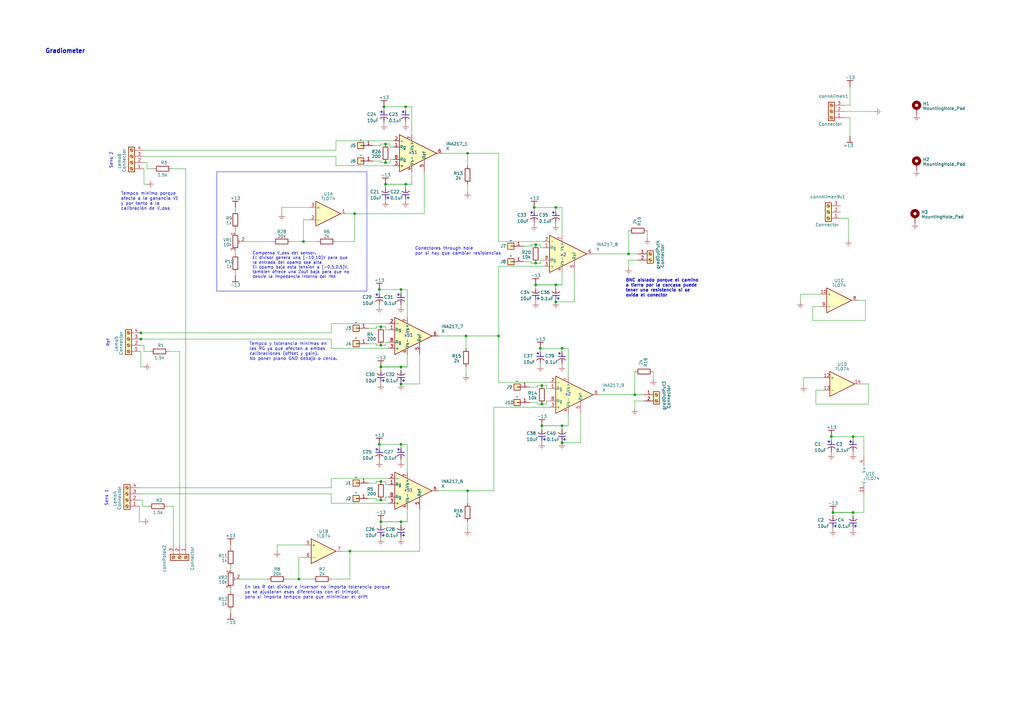
<source format=kicad_sch>
(kicad_sch (version 20230121) (generator eeschema)
  (paper "A3")
  (junction (at 156.21 133.985))
  (junction (at 222.25 158.115))
  (junction (at 257.81 104.14))
  (junction (at 349.885 210.185))
  (junction (at 230.505 142.875))
  (junction (at 260.35 161.925))
  (junction (at 219.075 85.09))
  (junction (at 156.21 205.105))
  (junction (at 156.21 141.605))
  (junction (at 340.995 179.07))
  (junction (at 155.575 118.745))
  (junction (at 219.71 107.95))
  (junction (at 156.21 197.485))
  (junction (at 164.465 157.48))
  (junction (at 157.48 43.815))
  (junction (at 122.555 237.49))
  (junction (at 166.37 43.815))
  (junction (at 124.46 99.06))
  (junction (at 191.135 137.795))
  (junction (at 341.63 210.185))
  (junction (at 158.115 66.675))
  (junction (at 230.505 174.625))
  (junction (at 227.965 116.84))
  (junction (at 191.77 201.295))
  (junction (at 227.965 85.09))
  (junction (at 145.415 87.63))
  (junction (at 164.465 182.245))
  (junction (at 222.25 174.625))
  (junction (at 156.21 150.495))
  (junction (at 219.71 100.33))
  (junction (at 219.71 116.84))
  (junction (at 227.965 123.825))
  (junction (at 57.785 136.525))
  (junction (at 57.785 139.065))
  (junction (at 222.25 165.735))
  (junction (at 164.465 150.495))
  (junction (at 155.575 182.245))
  (junction (at 156.21 213.995))
  (junction (at 164.465 118.745))
  (junction (at 230.505 181.61))
  (junction (at 158.115 59.055))
  (junction (at 143.51 226.06))
  (junction (at 158.115 75.565))
  (junction (at 221.615 142.875))
  (junction (at 349.885 179.07))
  (junction (at 164.465 213.995))
  (junction (at 191.77 62.865))
  (junction (at 166.37 75.565))
  (junction (at 204.47 137.795))
  (wire (pts (xy 166.37 75.565) (xy 168.91 75.565)))
  (wire (pts (xy 96.52 85.09) (xy 96.52 86.36)))
  (wire (pts (xy 124.46 90.17) (xy 124.46 99.06)))
  (wire (pts (xy 117.475 237.49) (xy 122.555 237.49)))
  (wire (pts (xy 191.77 75.565) (xy 191.77 78.74)))
  (wire (pts (xy 243.205 104.14) (xy 257.81 104.14)))
  (wire (pts (xy 336.55 125.73) (xy 333.375 125.73)))
  (wire (pts (xy 230.505 174.625) (xy 233.045 174.625)))
  (wire (pts (xy 151.13 140.97) (xy 154.305 140.97)))
  (wire (pts (xy 156.21 213.995) (xy 164.465 213.995)))
  (wire (pts (xy 349.885 217.17) (xy 349.885 216.535)))
  (wire (pts (xy 156.21 133.985) (xy 158.115 133.985)))
  (wire (pts (xy 59.055 66.675) (xy 60.325 66.675)))
  (wire (pts (xy 76.2 69.215) (xy 70.485 69.215)))
  (wire (pts (xy 217.805 107.315) (xy 217.805 107.95)))
  (wire (pts (xy 260.35 152.4) (xy 260.35 161.925)))
  (wire (pts (xy 135.89 202.565) (xy 135.89 206.375)))
  (wire (pts (xy 220.345 165.735) (xy 222.25 165.735)))
  (wire (pts (xy 261.62 106.68) (xy 257.81 106.68)))
  (wire (pts (xy 156.21 213.995) (xy 164.465 213.995)) (stroke (width 0.15)))
  (wire (pts (xy 98.425 237.49) (xy 109.855 237.49)))
  (wire (pts (xy 160.02 65.405) (xy 161.29 65.405)))
  (wire (pts (xy 156.21 150.495) (xy 164.465 150.495)) (stroke (width 0.15)))
  (wire (pts (xy 224.155 158.115) (xy 224.155 159.385)))
  (wire (pts (xy 135.89 196.215) (xy 159.385 196.215)))
  (wire (pts (xy 135.89 142.875) (xy 159.385 142.875)))
  (wire (pts (xy 219.71 116.84) (xy 227.965 116.84)) (stroke (width 0.15)))
  (wire (pts (xy 135.89 132.715) (xy 135.89 136.525)))
  (wire (pts (xy 257.81 104.14) (xy 261.62 104.14)))
  (wire (pts (xy 137.795 57.785) (xy 161.29 57.785)))
  (wire (pts (xy 71.12 223.52) (xy 71.12 207.645)))
  (wire (pts (xy 158.115 141.605) (xy 158.115 140.335)))
  (polyline (pts (xy 150.495 70.485) (xy 150.495 119.38)))
  (wire (pts (xy 219.075 91.44) (xy 219.075 92.075)))
  (wire (pts (xy 222.25 174.625) (xy 230.505 174.625)) (stroke (width 0.15)))
  (wire (pts (xy 227.965 116.84) (xy 227.965 118.11)))
  (wire (pts (xy 166.37 82.55) (xy 166.37 81.915)))
  (wire (pts (xy 221.615 142.875) (xy 230.505 142.875)) (stroke (width 0.15)))
  (wire (pts (xy 96.52 102.87) (xy 96.52 104.14)))
  (wire (pts (xy 356.235 165.735) (xy 356.235 157.48)))
  (wire (pts (xy 155.575 125.095) (xy 155.575 125.73)))
  (wire (pts (xy 221.615 106.68) (xy 222.885 106.68)))
  (wire (pts (xy 230.505 85.09) (xy 227.965 85.09)))
  (wire (pts (xy 217.805 107.95) (xy 219.71 107.95)))
  (wire (pts (xy 353.06 157.48) (xy 356.235 157.48)))
  (wire (pts (xy 158.115 76.835) (xy 158.115 75.565)) (stroke (width 0.15)))
  (wire (pts (xy 227.965 123.825) (xy 227.965 123.19)))
  (wire (pts (xy 341.63 210.185) (xy 349.885 210.185)))
  (wire (pts (xy 164.465 213.995) (xy 167.005 213.995)))
  (wire (pts (xy 227.965 116.84) (xy 230.505 116.84)) (stroke (width 0.15)))
  (wire (pts (xy 233.045 142.875) (xy 230.505 142.875)))
  (wire (pts (xy 217.805 100.965) (xy 217.805 100.33)))
  (wire (pts (xy 204.47 137.795) (xy 204.47 156.845)))
  (wire (pts (xy 340.995 185.42) (xy 340.995 186.055)))
  (wire (pts (xy 155.575 118.745) (xy 164.465 118.745)) (stroke (width 0.15)))
  (wire (pts (xy 347.98 89.535) (xy 344.805 89.535)) (stroke (width 0.15)))
  (wire (pts (xy 230.505 142.875) (xy 230.505 144.145)))
  (wire (pts (xy 73.66 144.145) (xy 69.215 144.145)))
  (wire (pts (xy 166.37 50.165) (xy 166.37 50.8)))
  (wire (pts (xy 217.17 165.1) (xy 220.345 165.1)))
  (wire (pts (xy 57.785 136.525) (xy 57.15 136.525)))
  (wire (pts (xy 57.785 141.605) (xy 59.055 141.605)))
  (wire (pts (xy 156.21 157.48) (xy 156.21 156.845)))
  (wire (pts (xy 349.885 210.185) (xy 349.885 211.455)))
  (wire (pts (xy 156.21 59.69) (xy 156.21 59.055)))
  (wire (pts (xy 191.135 137.795) (xy 204.47 137.795)))
  (wire (pts (xy 113.665 226.06) (xy 113.665 223.52)))
  (wire (pts (xy 349.885 185.42) (xy 349.885 186.055)))
  (wire (pts (xy 329.565 158.115) (xy 329.565 154.94)))
  (wire (pts (xy 135.89 136.525) (xy 57.785 136.525)))
  (wire (pts (xy 227.965 91.44) (xy 227.965 92.075)))
  (wire (pts (xy 168.91 43.815) (xy 166.37 43.815)))
  (wire (pts (xy 202.565 167.005) (xy 202.565 201.295)))
  (wire (pts (xy 167.005 145.415) (xy 167.005 150.495)))
  (wire (pts (xy 191.77 62.865) (xy 191.77 67.945)))
  (wire (pts (xy 220.345 158.115) (xy 222.25 158.115)))
  (wire (pts (xy 151.13 134.62) (xy 154.305 134.62)))
  (wire (pts (xy 115.57 87.63) (xy 115.57 85.09)))
  (wire (pts (xy 222.25 158.115) (xy 224.155 158.115)))
  (wire (pts (xy 164.465 125.095) (xy 164.465 125.73)))
  (wire (pts (xy 59.055 144.145) (xy 61.595 144.145)))
  (polyline (pts (xy 88.9 70.485) (xy 150.495 70.485)))
  (wire (pts (xy 137.795 99.06) (xy 145.415 99.06)))
  (wire (pts (xy 143.51 226.06) (xy 140.335 226.06)))
  (wire (pts (xy 57.15 202.565) (xy 135.89 202.565)))
  (wire (pts (xy 166.37 75.565) (xy 166.37 76.835)))
  (wire (pts (xy 230.505 111.76) (xy 230.505 116.84)))
  (wire (pts (xy 221.615 142.875) (xy 221.615 144.145)) (stroke (width 0.15)))
  (wire (pts (xy 191.135 137.795) (xy 191.135 142.875)))
  (wire (pts (xy 156.21 151.765) (xy 156.21 150.495)) (stroke (width 0.15)))
  (wire (pts (xy 59.055 64.135) (xy 137.795 64.135)))
  (wire (pts (xy 191.77 62.865) (xy 204.47 62.865)))
  (wire (pts (xy 164.465 220.98) (xy 164.465 220.345)))
  (wire (pts (xy 137.795 57.785) (xy 137.795 61.595)))
  (wire (pts (xy 219.075 85.09) (xy 219.075 86.36)) (stroke (width 0.15)))
  (wire (pts (xy 115.57 85.09) (xy 127 85.09)))
  (wire (pts (xy 334.645 160.02) (xy 334.645 165.735)))
  (wire (pts (xy 167.005 193.675) (xy 167.005 182.245)))
  (wire (pts (xy 354.33 179.07) (xy 354.33 187.325)))
  (wire (pts (xy 172.085 157.48) (xy 172.085 145.415)))
  (wire (pts (xy 143.51 226.06) (xy 172.085 226.06)))
  (wire (pts (xy 57.785 139.065) (xy 135.89 139.065)))
  (wire (pts (xy 230.505 181.61) (xy 238.125 181.61)))
  (wire (pts (xy 164.465 157.48) (xy 164.465 156.845)))
  (wire (pts (xy 124.46 99.06) (xy 130.175 99.06)))
  (polyline (pts (xy 88.9 119.38) (xy 90.805 119.38)))
  (wire (pts (xy 164.465 118.745) (xy 164.465 120.015)))
  (wire (pts (xy 230.505 174.625) (xy 230.505 175.895)))
  (wire (pts (xy 337.82 160.02) (xy 334.645 160.02)))
  (wire (pts (xy 135.89 200.025) (xy 57.15 200.025)))
  (wire (pts (xy 60.325 69.215) (xy 62.865 69.215)))
  (wire (pts (xy 245.745 161.925) (xy 260.35 161.925)))
  (wire (pts (xy 227.965 116.84) (xy 230.505 116.84)))
  (wire (pts (xy 155.575 188.595) (xy 155.575 189.23)))
  (wire (pts (xy 160.02 59.055) (xy 160.02 60.325)))
  (wire (pts (xy 257.81 106.68) (xy 257.81 109.855)))
  (wire (pts (xy 224.155 159.385) (xy 225.425 159.385)))
  (wire (pts (xy 160.02 60.325) (xy 161.29 60.325)))
  (wire (pts (xy 156.21 66.04) (xy 156.21 66.675)))
  (wire (pts (xy 57.785 150.495) (xy 57.785 144.145)) (stroke (width 0.15)))
  (wire (pts (xy 168.91 55.245) (xy 168.91 43.815)))
  (wire (pts (xy 155.575 118.745) (xy 155.575 120.015)) (stroke (width 0.15)))
  (wire (pts (xy 227.965 85.09) (xy 227.965 86.36)))
  (wire (pts (xy 151.13 198.12) (xy 154.305 198.12)))
  (wire (pts (xy 158.115 59.055) (xy 160.02 59.055)))
  (wire (pts (xy 219.71 107.95) (xy 221.615 107.95)))
  (wire (pts (xy 354.33 202.565) (xy 354.33 210.185)))
  (wire (pts (xy 204.47 137.795) (xy 204.47 109.22)))
  (polyline (pts (xy 93.345 119.38) (xy 90.805 119.38)))
  (wire (pts (xy 113.665 223.52) (xy 125.095 223.52)))
  (wire (pts (xy 221.615 149.225) (xy 221.615 149.86)))
  (wire (pts (xy 157.48 50.165) (xy 157.48 50.8)))
  (wire (pts (xy 164.465 150.495) (xy 167.005 150.495)))
  (wire (pts (xy 191.77 213.995) (xy 191.77 217.17)))
  (wire (pts (xy 57.15 139.065) (xy 57.785 139.065)))
  (wire (pts (xy 222.25 181.61) (xy 222.25 180.975)))
  (wire (pts (xy 154.305 198.12) (xy 154.305 197.485)))
  (wire (pts (xy 137.795 64.135) (xy 137.795 67.945)))
  (wire (pts (xy 57.15 213.995) (xy 57.15 207.645)) (stroke (width 0.15)))
  (wire (pts (xy 135.89 237.49) (xy 143.51 237.49)))
  (wire (pts (xy 156.21 66.675) (xy 158.115 66.675)))
  (wire (pts (xy 181.61 62.865) (xy 191.77 62.865)))
  (wire (pts (xy 156.21 220.98) (xy 156.21 220.345)))
  (wire (pts (xy 158.115 198.755) (xy 159.385 198.755)))
  (wire (pts (xy 156.21 141.605) (xy 158.115 141.605)))
  (wire (pts (xy 260.35 161.925) (xy 264.16 161.925)))
  (wire (pts (xy 73.66 223.52) (xy 73.66 144.145)))
  (wire (pts (xy 221.615 107.95) (xy 221.615 106.68)))
  (wire (pts (xy 164.465 150.495) (xy 164.465 151.765)))
  (wire (pts (xy 94.615 232.41) (xy 94.615 233.68)))
  (wire (pts (xy 227.965 123.825) (xy 235.585 123.825)))
  (wire (pts (xy 160.02 66.675) (xy 160.02 65.405)))
  (wire (pts (xy 173.99 87.63) (xy 173.99 70.485)))
  (wire (pts (xy 230.505 181.61) (xy 230.505 180.975)))
  (wire (pts (xy 167.005 130.175) (xy 167.005 118.745)))
  (wire (pts (xy 257.81 94.615) (xy 257.81 104.14)))
  (wire (pts (xy 222.25 174.625) (xy 230.505 174.625)))
  (wire (pts (xy 158.115 133.985) (xy 158.115 135.255)))
  (wire (pts (xy 167.005 118.745) (xy 164.465 118.745)))
  (wire (pts (xy 164.465 182.245) (xy 164.465 183.515)))
  (wire (pts (xy 60.325 69.215) (xy 60.325 66.675)))
  (wire (pts (xy 96.52 113.03) (xy 96.52 111.76)))
  (wire (pts (xy 349.885 210.185) (xy 354.33 210.185)) (stroke (width 0.15)))
  (wire (pts (xy 341.63 210.185) (xy 349.885 210.185)) (stroke (width 0.15)))
  (wire (pts (xy 158.115 140.335) (xy 159.385 140.335)))
  (wire (pts (xy 260.35 164.465) (xy 260.35 167.64)))
  (wire (pts (xy 230.505 174.625) (xy 233.045 174.625)) (stroke (width 0.15)))
  (wire (pts (xy 346.075 43.18) (xy 348.615 43.18)) (stroke (width 0.15)))
  (wire (pts (xy 164.465 213.995) (xy 164.465 215.265)))
  (wire (pts (xy 157.48 43.815) (xy 166.37 43.815)) (stroke (width 0.15)))
  (wire (pts (xy 156.21 197.485) (xy 158.115 197.485)))
  (wire (pts (xy 154.305 133.985) (xy 156.21 133.985)))
  (wire (pts (xy 220.345 165.1) (xy 220.345 165.735)))
  (wire (pts (xy 329.565 154.94) (xy 337.82 154.94)))
  (wire (pts (xy 204.47 109.22) (xy 222.885 109.22)))
  (wire (pts (xy 164.465 188.595) (xy 164.465 189.23)))
  (wire (pts (xy 349.885 179.07) (xy 349.885 180.34)))
  (wire (pts (xy 158.115 82.55) (xy 158.115 81.915)))
  (wire (pts (xy 351.79 123.19) (xy 354.965 123.19)))
  (wire (pts (xy 122.555 228.6) (xy 122.555 237.49)))
  (wire (pts (xy 158.115 197.485) (xy 158.115 198.755)))
  (wire (pts (xy 158.115 205.105) (xy 158.115 203.835)))
  (wire (pts (xy 156.21 205.105) (xy 158.115 205.105)))
  (wire (pts (xy 137.795 61.595) (xy 59.055 61.595)))
  (wire (pts (xy 59.055 144.145) (xy 59.055 141.605)))
  (wire (pts (xy 135.89 196.215) (xy 135.89 200.025)))
  (wire (pts (xy 154.305 204.47) (xy 154.305 205.105)))
  (wire (pts (xy 219.71 123.825) (xy 219.71 123.19)))
  (wire (pts (xy 235.585 123.825) (xy 235.585 111.76)))
  (wire (pts (xy 155.575 182.245) (xy 164.465 182.245)) (stroke (width 0.15)))
  (wire (pts (xy 135.89 139.065) (xy 135.89 142.875)))
  (wire (pts (xy 267.97 152.4) (xy 267.97 155.575)))
  (wire (pts (xy 76.2 69.215) (xy 76.2 223.52)))
  (wire (pts (xy 57.785 150.495) (xy 59.055 150.495)) (stroke (width 0.15)))
  (wire (pts (xy 204.47 62.865) (xy 204.47 99.06)))
  (wire (pts (xy 167.005 208.915) (xy 167.005 213.995)))
  (wire (pts (xy 166.37 75.565) (xy 168.91 75.565)) (stroke (width 0.15)))
  (wire (pts (xy 143.51 237.49) (xy 143.51 226.06)))
  (wire (pts (xy 224.155 165.735) (xy 224.155 164.465)))
  (wire (pts (xy 164.465 213.995) (xy 167.005 213.995)) (stroke (width 0.15)))
  (wire (pts (xy 349.885 179.07) (xy 354.33 179.07)))
  (wire (pts (xy 191.77 201.295) (xy 202.565 201.295)))
  (wire (pts (xy 157.48 43.815) (xy 157.48 45.085)) (stroke (width 0.15)))
  (wire (pts (xy 348.615 43.18) (xy 348.615 35.56)) (stroke (width 0.15)))
  (wire (pts (xy 164.465 157.48) (xy 172.085 157.48)))
  (wire (pts (xy 59.055 75.565) (xy 59.055 69.215)) (stroke (width 0.15)))
  (wire (pts (xy 219.71 118.11) (xy 219.71 116.84)) (stroke (width 0.15)))
  (wire (pts (xy 158.115 135.255) (xy 159.385 135.255)))
  (wire (pts (xy 191.135 150.495) (xy 191.135 153.67)))
  (wire (pts (xy 179.705 201.295) (xy 191.77 201.295)))
  (wire (pts (xy 154.305 134.62) (xy 154.305 133.985)))
  (wire (pts (xy 122.555 237.49) (xy 128.27 237.49)))
  (wire (pts (xy 156.21 215.265) (xy 156.21 213.995)) (stroke (width 0.15)))
  (wire (pts (xy 156.21 150.495) (xy 164.465 150.495)))
  (wire (pts (xy 94.615 251.46) (xy 94.615 250.19)))
  (wire (pts (xy 100.33 99.06) (xy 111.76 99.06)))
  (wire (pts (xy 221.615 100.33) (xy 221.615 101.6)))
  (wire (pts (xy 179.705 137.795) (xy 191.135 137.795)))
  (wire (pts (xy 202.565 167.005) (xy 225.425 167.005)))
  (polyline (pts (xy 93.345 119.38) (xy 150.495 119.38)))
  (wire (pts (xy 340.995 179.07) (xy 340.995 180.34)) (stroke (width 0.15)))
  (wire (pts (xy 204.47 99.06) (xy 222.885 99.06)))
  (polyline (pts (xy 88.9 70.485) (xy 88.9 119.38)))
  (wire (pts (xy 164.465 150.495) (xy 167.005 150.495)) (stroke (width 0.15)))
  (wire (pts (xy 204.47 156.845) (xy 225.425 156.845)))
  (wire (pts (xy 124.46 90.17) (xy 127 90.17)))
  (wire (pts (xy 222.25 175.895) (xy 222.25 174.625)) (stroke (width 0.15)))
  (wire (pts (xy 58.42 207.645) (xy 58.42 205.105)))
  (wire (pts (xy 151.13 204.47) (xy 154.305 204.47)))
  (wire (pts (xy 57.15 205.105) (xy 58.42 205.105)))
  (wire (pts (xy 172.085 226.06) (xy 172.085 208.915)))
  (wire (pts (xy 155.575 182.245) (xy 155.575 183.515)) (stroke (width 0.15)))
  (wire (pts (xy 166.37 43.815) (xy 166.37 45.085)))
  (wire (pts (xy 154.305 140.97) (xy 154.305 141.605)))
  (wire (pts (xy 153.035 59.69) (xy 156.21 59.69)))
  (wire (pts (xy 158.115 75.565) (xy 166.37 75.565)) (stroke (width 0.15)))
  (wire (pts (xy 354.965 131.445) (xy 354.965 123.19)))
  (wire (pts (xy 156.21 59.055) (xy 158.115 59.055)))
  (wire (pts (xy 58.42 207.645) (xy 60.96 207.645)))
  (wire (pts (xy 334.645 165.735) (xy 356.235 165.735)))
  (wire (pts (xy 191.77 201.295) (xy 191.77 206.375)))
  (wire (pts (xy 348.615 48.26) (xy 346.075 48.26)) (stroke (width 0.15)))
  (wire (pts (xy 214.63 100.965) (xy 217.805 100.965)))
  (wire (pts (xy 333.375 125.73) (xy 333.375 131.445)))
  (wire (pts (xy 154.305 141.605) (xy 156.21 141.605)))
  (wire (pts (xy 154.305 197.485) (xy 156.21 197.485)))
  (wire (pts (xy 135.89 132.715) (xy 159.385 132.715)))
  (wire (pts (xy 348.615 55.88) (xy 348.615 48.26)) (stroke (width 0.15)))
  (wire (pts (xy 341.63 217.17) (xy 341.63 216.535)))
  (wire (pts (xy 57.15 213.995) (xy 58.42 213.995)) (stroke (width 0.15)))
  (wire (pts (xy 214.63 107.315) (xy 217.805 107.315)))
  (wire (pts (xy 217.805 100.33) (xy 219.71 100.33)))
  (wire (pts (xy 221.615 101.6) (xy 222.885 101.6)))
  (wire (pts (xy 217.17 158.75) (xy 220.345 158.75)))
  (wire (pts (xy 158.115 75.565) (xy 166.37 75.565)))
  (wire (pts (xy 346.075 45.72) (xy 358.775 45.72)) (stroke (width 0.15)))
  (wire (pts (xy 224.155 164.465) (xy 225.425 164.465)))
  (wire (pts (xy 219.71 116.84) (xy 227.965 116.84)))
  (wire (pts (xy 145.415 87.63) (xy 173.99 87.63)))
  (wire (pts (xy 59.055 75.565) (xy 60.325 75.565)) (stroke (width 0.15)))
  (wire (pts (xy 122.555 228.6) (xy 125.095 228.6)))
  (wire (pts (xy 219.71 100.33) (xy 221.615 100.33)))
  (wire (pts (xy 333.375 131.445) (xy 354.965 131.445)))
  (wire (pts (xy 145.415 87.63) (xy 142.24 87.63)))
  (wire (pts (xy 230.505 96.52) (xy 230.505 85.09)))
  (wire (pts (xy 158.115 66.675) (xy 160.02 66.675)))
  (wire (pts (xy 154.305 205.105) (xy 156.21 205.105)))
  (wire (pts (xy 145.415 99.06) (xy 145.415 87.63)))
  (wire (pts (xy 264.16 164.465) (xy 260.35 164.465)))
  (wire (pts (xy 168.91 70.485) (xy 168.91 75.565)))
  (wire (pts (xy 328.295 120.65) (xy 336.55 120.65)))
  (wire (pts (xy 94.615 223.52) (xy 94.615 224.79)))
  (wire (pts (xy 340.995 179.07) (xy 349.885 179.07)) (stroke (width 0.15)))
  (wire (pts (xy 222.25 165.735) (xy 224.155 165.735)))
  (wire (pts (xy 233.045 154.305) (xy 233.045 142.875)))
  (wire (pts (xy 347.98 89.535) (xy 347.98 98.425)) (stroke (width 0.15)))
  (wire (pts (xy 71.12 207.645) (xy 68.58 207.645)))
  (wire (pts (xy 230.505 149.225) (xy 230.505 149.86)))
  (wire (pts (xy 220.345 158.75) (xy 220.345 158.115)))
  (wire (pts (xy 341.63 211.455) (xy 341.63 210.185)) (stroke (width 0.15)))
  (wire (pts (xy 96.52 93.98) (xy 96.52 95.25)))
  (wire (pts (xy 219.075 85.09) (xy 227.965 85.09)) (stroke (width 0.15)))
  (wire (pts (xy 119.38 99.06) (xy 124.46 99.06)))
  (wire (pts (xy 158.115 203.835) (xy 159.385 203.835)))
  (wire (pts (xy 94.615 241.3) (xy 94.615 242.57)))
  (wire (pts (xy 328.295 123.825) (xy 328.295 120.65)))
  (wire (pts (xy 233.045 169.545) (xy 233.045 174.625)))
  (wire (pts (xy 265.43 94.615) (xy 265.43 97.79)))
  (wire (pts (xy 137.795 67.945) (xy 161.29 67.945)))
  (wire (pts (xy 135.89 206.375) (xy 159.385 206.375)))
  (wire (pts (xy 167.005 182.245) (xy 164.465 182.245)))
  (wire (pts (xy 238.125 181.61) (xy 238.125 169.545)))
  (wire (pts (xy 153.035 66.04) (xy 156.21 66.04)))
  (text_box "Gradiometer" (at 17.145 18.415 0) (size 22.86 5.08) (stroke (width -0.0001) (color 0 0 0 1)) (fill (type color) (color 255 255 255 1)) (effects (font (size 1.778 1.778) bold) (justify left top)))
  (text "x2" (at 229.87 105.41 0) (effects (font (size 1.27 1.27)) (justify left bottom)))
  (text "Compensa V_oss del sensor.\nEl divisor genera una [-10,10]V para que \nla entrada del opamp sea alta\nEl opamp baja esta tension a [-0.5,0.5]V, \ntambien ofrece una Zout baja para que no \ndesvie la impedancia interna del INA" (at 103.505 114.3 0) (effects (font (size 1.2 1.2)) (justify left bottom)))
  (text "Sens 2" (at 46.355 69.215 90) (effects (font (size 1.27 1.27)) (justify left bottom)))
  (text "Conectores through hole\npor si hay que cambiar resistencias" (at 170.18 104.775 0) (effects (font (size 1.27 1.27)) (justify left bottom)))
  (text "x51" (at 165.735 138.43 0) (effects (font (size 1.27 1.27)) (justify left bottom)))
  (text "Sens 1" (at 44.45 207.645 90) (effects (font (size 1.27 1.27)) (justify left bottom)))
  (text "x51" (at 167.64 63.5 0) (effects (font (size 1.27 1.27)) (justify left bottom)))
  (text "BNC aislado porque el camino\na tierra por la carcasa puede \ntener una resistencia si se\noxida el conector" (at 256.54 121.92 0) (effects (font (size 1.27 1.27) bold) (justify left bottom)))
  (text "Ref\n" (at 45.085 142.24 90) (effects (font (size 1.27 1.27)) (justify left bottom)))
  (text "x2" (at 231.775 162.56 0) (effects (font (size 1.27 1.27)) (justify left bottom)))
  (text "Tempco mínimo porque \nafecta a la ganancia VE\ny por tanto a la \ncalibración de V_oss" (at 49.53 86.36 0) (effects (font (size 1.27 1.27)) (justify left bottom)))
  (text "Tempco y tolerancia mínimas en \nlas RG ya que afectan a ambas \ncalibraciones (offset y gain).\nNo poner plano GND debajo o cerca." (at 102.235 147.955 0) (effects (font (size 1.27 1.27)) (justify left bottom)))
  (text "En las R del divisor e inversor no importa tolerancia porque \nya se ajustaran esas diferencias con el trimpot, \npero si importa tempco para que minimizar el drift" (at 100.33 245.745 0) (effects (font (size 1.27 1.27)) (justify left bottom)))
  (text "x51" (at 165.735 201.93 0) (effects (font (size 1.27 1.27)) (justify left bottom)))
  (symbol (lib_id "Device:R") (at 261.62 94.615 270) (unit 1)
    (property "Reference" "R19" (at 262.271 90.805 0))
    (property "Value" "2k" (at 260.35 90.805 0))
    (property "Footprint" "Library_Acid_etch_limitations:RESC1005X40N_Acid_Etch_Limitations" (effects hide))
    (property "Datasheet" "http://www.koaspeer.com/catimages/Products/RK73-RT/RK73-RT.pdf" (effects hide))
    (property "Height" "0.4" (effects hide))
    (property "Mouser Part Number" "660-RK73H1ETTP2001F" (effects hide))
    (property "Mouser Price/Stock" "https://www.mouser.co.uk/ProductDetail/KOA-Speer/RK73H1ETTP2001F?qs=19x0lcjckRjuE3O1pW109Q%3D%3D" (effects hide))
    (property "Manufacturer_Name" "KOA Speer" (effects hide))
    (property "Manufacturer_Part_Number" "RK73H1ETTP2001F" (effects hide))
  )
  (symbol (lib_id "Device:R") (at 64.77 207.645 90) (unit 1)
    (property "Reference" "R2" (at 66.675 204.47 90) (effects (justify left bottom)))
    (property "Value" "1.5k" (at 64.77 210.185 90))
    (property "Footprint" "SamacSys_Parts:ERJ1T__2512_" (effects hide))
    (property "Datasheet" "https://componentsearchengine.com/Datasheets/1/ERJ-1TNF1501U.pdf" (effects hide))
    (property "Height" "0.7" (effects hide))
    (property "Mouser Part Number" "667-ERJ-1TNF1501U" (effects hide))
    (property "Mouser Price/Stock" "http://www.mouser.com/Search/ProductDetail.aspx?qs=KH2o3k57USjkLktPbCu2Jw%3d%3d" (effects hide))
    (property "Manufacturer_Name" "Panasonic" (effects hide))
    (property "Manufacturer_Part_Number" "ERJ-1TNF1501U" (effects hide))
  )
  (symbol (lib_id "power:Earth") (at 375.92 69.85 0) (unit 1)
    (property "Reference" "#PWR015" (effects hide))
    (property "Value" "Earth" (effects hide))
  )
  (symbol (lib_id "Device:R") (at 264.16 152.4 270) (unit 1)
    (property "Reference" "R18" (at 264.811 148.59 0))
    (property "Value" "2k" (at 262.89 148.59 0))
    (property "Footprint" "Library_Acid_etch_limitations:RESC1005X40N_Acid_Etch_Limitations" (effects hide))
    (property "Datasheet" "http://www.koaspeer.com/catimages/Products/RK73-RT/RK73-RT.pdf" (effects hide))
    (property "Height" "0.4" (effects hide))
    (property "Mouser Part Number" "660-RK73H1ETTP2001F" (effects hide))
    (property "Mouser Price/Stock" "https://www.mouser.co.uk/ProductDetail/KOA-Speer/RK73H1ETTP2001F?qs=19x0lcjckRjuE3O1pW109Q%3D%3D" (effects hide))
    (property "Manufacturer_Name" "KOA Speer" (effects hide))
    (property "Manufacturer_Part_Number" "RK73H1ETTP2001F" (effects hide))
  )
  (symbol (lib_id "power:Earth") (at 230.505 181.61 0) (unit 1)
    (property "Reference" "#PWR083" (effects hide))
    (property "Value" "Earth" (effects hide))
  )
  (symbol (lib_id "Esquematico Gradiometro-altium-import:root_3_Capacitor Polarizado") (at 341.63 213.995 0) (unit 1)
    (property "Reference" "C2" (at 335.28 213.995 0) (effects (justify left bottom)))
    (property "Value" "10uF" (at 335.28 216.535 0) (effects (justify left bottom)))
    (property "Footprint" "Capacitor_Tantalum_SMD:CP_EIA-7132-20_AVX-U_Pad2.72x3.50mm_HandSolder" (effects hide))
  )
  (symbol (lib_id "Connector_Generic:Conn_01x01") (at 146.05 140.97 180) (unit 1)
    (property "Reference" "J4" (at 142.875 140.97 0))
    (property "Value" "~" (at 146.05 138.6111 0))
    (property "Footprint" "Connector_Pin:Pin_D0.7mm_L6.5mm_W1.8mm_FlatFork" (effects hide))
  )
  (symbol (lib_id "power:Earth") (at 328.295 123.825 0) (unit 1)
    (property "Reference" "#PWR05" (effects hide))
    (property "Value" "Earth" (effects hide))
  )
  (symbol (lib_id "power:Earth") (at 221.615 149.86 0) (unit 1)
    (property "Reference" "#PWR079" (effects hide))
    (property "Value" "Earth" (effects hide))
  )
  (symbol (lib_id "Device:R") (at 94.615 228.6 0) (unit 1)
    (property "Reference" "R11" (at 91.44 227.965 0))
    (property "Value" "1k" (at 92.075 229.87 0))
    (property "Footprint" "SamacSys_Parts:RESC1608X60N" (effects hide))
    (property "Mouser Part Number" "754-RR0816P-102D" (effects hide))
    (property "Mouser Price/Stock" "https://www.mouser.co.uk/ProductDetail/Susumu/RR0816P-102-D?qs=nCAm%252BcMdy9z3RMAbuyU2rg%3D%3D" (effects hide))
    (property "Manufacturer_Name" "Susumu" (effects hide))
    (property "Manufacturer_Part_Number" "RR0816P-102-D" (effects hide))
  )
  (symbol (lib_id "power:Earth") (at 349.885 186.055 0) (unit 1)
    (property "Reference" "#PWR012" (effects hide))
    (property "Value" "Earth" (effects hide))
  )
  (symbol (lib_id "Amplifier_Operational:TL074") (at 344.17 123.19 0) (unit 3)
    (property "Reference" "U1" (at 344.17 115.1001 0))
    (property "Value" "TL074" (at 344.17 117.0211 0))
    (property "Footprint" "Library_Acid_etch_limitations:DIP794W53P254L1930H508Q14N_Acid_Etch_Limitations" (effects hide))
    (property "Datasheet" "http://uk.rs-online.com/web/p/products/1977553" (effects hide))
    (property "Height" "5.08" (effects hide))
    (property "RS Part Number" "1977553" (effects hide))
    (property "RS Price/Stock" "http://uk.rs-online.com/web/p/products/1977553" (effects hide))
    (property "Manufacturer_Name" "Texas Instruments" (effects hide))
    (property "Manufacturer_Part_Number" "TL074CN" (effects hide))
  )
  (symbol (lib_id "Esquematico Gradiometro-altium-import:root_1_Capacitor Polarizado") (at 340.995 182.88 0) (unit 1)
    (property "Reference" "C1" (at 334.01 182.88 0) (effects (justify left bottom)))
    (property "Value" "10uF" (at 334.01 185.42 0) (effects (justify left bottom)))
    (property "Footprint" "Capacitor_Tantalum_SMD:CP_EIA-7132-20_AVX-U_Pad2.72x3.50mm_HandSolder" (effects hide))
  )
  (symbol (lib_id "power:Earth") (at 166.37 82.55 0) (unit 1)
    (property "Reference" "#PWR047" (effects hide))
    (property "Value" "Earth" (effects hide))
  )
  (symbol (lib_id "power:Earth") (at 113.665 226.06 0) (unit 1)
    (property "Reference" "#PWR059" (effects hide))
    (property "Value" "Earth" (effects hide))
  )
  (symbol (lib_id "Esquematico Gradiometro-altium-import:-13") (at 156.21 213.995 180) (unit 1)
    (property "Reference" "#PWR062" (effects hide))
    (property "Value" "-13" (at 156.21 210.185 0))
  )
  (symbol (lib_id "Esquematico Gradiometro-altium-import:+13") (at 157.48 43.815 180) (unit 1)
    (property "Reference" "#PWR049" (effects hide))
    (property "Value" "+13" (at 157.48 40.005 0))
  )
  (symbol (lib_id "Amplifier_Operational:TL074") (at 134.62 87.63 0) (unit 1)
    (property "Reference" "U1" (at 134.62 79.5401 0))
    (property "Value" "TL074" (at 134.62 81.4611 0))
    (property "Footprint" "Library_Acid_etch_limitations:DIP794W53P254L1930H508Q14N_Acid_Etch_Limitations" (effects hide))
    (property "Datasheet" "http://uk.rs-online.com/web/p/products/1977553" (effects hide))
    (property "Height" "5.08" (effects hide))
    (property "RS Part Number" "1977553" (effects hide))
    (property "RS Price/Stock" "http://uk.rs-online.com/web/p/products/1977553" (effects hide))
    (property "Manufacturer_Name" "Texas Instruments" (effects hide))
    (property "Manufacturer_Part_Number" "TL074CN" (effects hide))
  )
  (symbol (lib_id "Esquematico Gradiometro-altium-import:root_1_Capacitor Polarizado") (at 164.465 186.055 0) (unit 1)
    (property "Reference" "C27" (at 157.48 186.055 0) (effects (justify left bottom)))
    (property "Value" "0.1uF" (at 157.48 188.595 0) (effects (justify left bottom)))
    (property "Footprint" "Capacitor_Tantalum_SMD:CP_EIA-3216-10_Kemet-I_Pad1.58x1.35mm_HandSolder" (effects hide))
  )
  (symbol (lib_id "power:Earth") (at 340.995 186.055 0) (unit 1)
    (property "Reference" "#PWR08" (effects hide))
    (property "Value" "Earth" (effects hide))
  )
  (symbol (lib_id "Esquematico Gradiometro-altium-import:root_1_Capacitor Polarizado") (at 166.37 47.625 0) (unit 1)
    (property "Reference" "C23" (at 159.385 47.625 0) (effects (justify left bottom)))
    (property "Value" "0.1uF" (at 159.385 50.165 0) (effects (justify left bottom)))
    (property "Footprint" "Capacitor_Tantalum_SMD:CP_EIA-3216-10_Kemet-I_Pad1.58x1.35mm_HandSolder" (effects hide))
  )
  (symbol (lib_id "Device:R") (at 219.71 104.14 0) (unit 1)
    (property "Reference" "R20" (at 215.9 103.489 0))
    (property "Value" "10k" (at 215.9 105.41 0))
    (property "Footprint" "SamacSys_Parts:RESC1608X55N" (effects hide))
    (property "Height" "0.55" (effects hide))
    (property "Mouser Part Number" "284-APC0603T10K0Z" (effects hide))
    (property "Mouser Price/Stock" "https://www.mouser.co.uk/ProductDetail/ARCOL-Ohmite/APC0603T10K0Z?qs=oCQe5Ii%2FOQhg5OxkrREuIQ%3D%3D" (effects hide))
    (property "Manufacturer_Name" "Arcol" (effects hide))
    (property "Manufacturer_Part_Number" "APC0603T10K0Z" (effects hide))
  )
  (symbol (lib_id "Esquematico Gradiometro-altium-import:-13") (at 219.71 116.84 180) (unit 1)
    (property "Reference" "#PWR072" (effects hide))
    (property "Value" "-13" (at 219.71 113.03 0))
  )
  (symbol (lib_id "Esquematico Gradiometro-altium-import:root_3_Capacitor Polarizado") (at 219.71 120.65 0) (unit 1)
    (property "Reference" "C34" (at 213.36 120.65 0) (effects (justify left bottom)))
    (property "Value" "10uF" (at 213.36 123.19 0) (effects (justify left bottom)))
    (property "Footprint" "Capacitor_Tantalum_SMD:CP_EIA-7132-20_AVX-U_Pad2.72x3.50mm_HandSolder" (effects hide))
  )
  (symbol (lib_id "Connector_Generic:Conn_01x01") (at 212.09 158.75 180) (unit 1)
    (property "Reference" "J9" (at 208.915 158.75 0))
    (property "Value" "~" (at 212.09 156.3911 0))
    (property "Footprint" "Connector_Pin:Pin_D0.7mm_L6.5mm_W1.8mm_FlatFork" (effects hide))
  )
  (symbol (lib_id "Esquematico Gradiometro-altium-import:-13") (at 96.52 113.03 0) (unit 1)
    (property "Reference" "#PWR053" (effects hide))
    (property "Value" "-13" (at 96.52 116.84 0))
  )
  (symbol (lib_id "Esquematico Gradiometro-altium-import:root_3_Capacitor Polarizado") (at 230.505 178.435 0) (unit 1)
    (property "Reference" "C40" (at 224.155 178.435 0) (effects (justify left bottom)))
    (property "Value" "0.1uF" (at 224.155 180.975 0) (effects (justify left bottom)))
    (property "Footprint" "Capacitor_Tantalum_SMD:CP_EIA-3216-10_Kemet-I_Pad1.58x1.35mm_HandSolder" (effects hide))
  )
  (symbol (lib_id "Amplifier_Instrumentation:AD620") (at 169.545 137.795 0) (unit 1)
    (property "Reference" "INA217_7" (at 180.992 134.6581 0) (effects (justify left bottom)))
    (property "Value" "X" (at 180.992 136.5791 0) (effects (justify left bottom)))
    (property "Footprint" "Library_Acid_etch_limitations:DIP-8_W7.62mm_Acid_Etch_Limitations" (effects hide))
    (property "Datasheet" "  (symbol \"Connector:Screw_Terminal_01x02\" (pin_names (offset 1.016) hide) (in_bom yes) (on_board yes)" (effects hide))
  )
  (symbol (lib_id "Connector:Screw_Terminal_01x04") (at 53.975 66.675 180) (unit 1)
    (property "Reference" "Lemo6" (at 48.26 62.865 90) (effects (justify left bottom)))
    (property "Value" "Connector" (at 50.165 60.96 90) (effects (justify left bottom)))
    (property "Footprint" "TerminalBlock_Phoenix:TerminalBlock_Phoenix_MPT-0,5-4-2.54_1x04_P2.54mm_Horizontal" (effects hide))
  )
  (symbol (lib_id "Esquematico Gradiometro-altium-import:root_1_Capacitor Polarizado") (at 349.885 182.88 0) (unit 1)
    (property "Reference" "C3" (at 342.9 182.88 0) (effects (justify left bottom)))
    (property "Value" "0.1uF" (at 342.9 185.42 0) (effects (justify left bottom)))
    (property "Footprint" "Capacitor_Tantalum_SMD:CP_EIA-3216-10_Kemet-I_Pad1.58x1.35mm_HandSolder" (effects hide))
  )
  (symbol (lib_id "Device:R") (at 132.08 237.49 90) (unit 1)
    (property "Reference" "R7" (at 132.08 233.4641 90))
    (property "Value" "2k" (at 132.08 235.3851 90))
    (property "Footprint" "Library_Acid_etch_limitations:R_0402_1005Metric_Pad0.72x0.64mm_HandSolder_Acid_Etch_Limitations" (effects hide))
    (property "Datasheet" "http://industrial.panasonic.com/cdbs/www-data/pdf/RDM0000/AOA0000C307.pdf" (effects hide))
    (property "Height" "0.4" (effects hide))
    (property "Mouser Part Number" "667-ERA-2ARC202X" (effects hide))
    (property "Mouser Price/Stock" "https://www.mouser.co.uk/ProductDetail/Panasonic/ERA-2ARC202X?qs=kmv%2FWw32SUMYhAjxfsNqng%3D%3D" (effects hide))
    (property "Manufacturer_Name" "Panasonic" (effects hide))
    (property "Manufacturer_Part_Number" "ERA-2ARC202X" (effects hide))
  )
  (symbol (lib_id "power:Earth") (at 164.465 157.48 0) (unit 1)
    (property "Reference" "#PWR071" (effects hide))
    (property "Value" "Earth" (effects hide))
  )
  (symbol (lib_id "Esquematico Gradiometro-altium-import:+13") (at 348.615 55.88 0) (unit 1)
    (property "Reference" "#PWR03" (effects hide))
    (property "Value" "+13" (at 347.98 59.69 0))
  )
  (symbol (lib_id "Esquematico Gradiometro-altium-import:root_1_Capacitor Polarizado") (at 164.465 122.555 0) (unit 1)
    (property "Reference" "C31" (at 157.48 122.555 0) (effects (justify left bottom)))
    (property "Value" "0.1uF" (at 157.48 125.095 0) (effects (justify left bottom)))
    (property "Footprint" "Capacitor_Tantalum_SMD:CP_EIA-3216-10_Kemet-I_Pad1.58x1.35mm_HandSolder" (effects hide))
  )
  (symbol (lib_id "Connector_Generic:Conn_01x01") (at 212.09 165.1 180) (unit 1)
    (property "Reference" "J10" (at 208.915 165.1 0))
    (property "Value" "~" (at 212.09 162.7411 0))
    (property "Footprint" "Connector_Pin:Pin_D0.7mm_L6.5mm_W1.8mm_FlatFork" (effects hide))
  )
  (symbol (lib_id "power:Earth") (at 156.21 220.98 0) (unit 1)
    (property "Reference" "#PWR063" (effects hide))
    (property "Value" "Earth" (effects hide))
  )
  (symbol (lib_id "Device:R") (at 96.52 90.17 0) (unit 1)
    (property "Reference" "R9" (at 93.98 89.519 0))
    (property "Value" "1k" (at 93.98 91.44 0))
    (property "Footprint" "SamacSys_Parts:RESC1608X60N" (effects hide))
    (property "Mouser Part Number" "754-RR0816P-102D" (effects hide))
    (property "Mouser Price/Stock" "https://www.mouser.co.uk/ProductDetail/Susumu/RR0816P-102-D?qs=nCAm%252BcMdy9z3RMAbuyU2rg%3D%3D" (effects hide))
    (property "Manufacturer_Name" "Susumu" (effects hide))
    (property "Manufacturer_Part_Number" "RR0816P-102-D" (effects hide))
  )
  (symbol (lib_id "power:Earth") (at 347.98 98.425 0) (unit 1)
    (property "Reference" "#PWR01" (effects hide))
    (property "Value" "Earth" (effects hide))
  )
  (symbol (lib_id "Connector:Screw_Terminal_01x03") (at 340.995 45.72 180) (unit 1)
    (property "Reference" "connAlimen1" (at 347.98 38.735 0) (effects (justify left bottom)))
    (property "Value" "Connector" (at 345.44 50.165 0) (effects (justify left bottom)))
    (property "Footprint" "Library_Acid_etch_limitations:TerminalBlock_Phoenix_MPT-0,5-3-2.54_1x03_P2.54mm_Horizontal_Acid_Etch_Limitations" (effects hide))
  )
  (symbol (lib_id "Amplifier_Instrumentation:AD620") (at 233.045 104.14 0) (unit 1)
    (property "Reference" "INA217_8" (at 244.492 101.0031 0) (effects (justify left bottom)))
    (property "Value" "X" (at 244.492 102.9241 0) (effects (justify left bottom)))
    (property "Footprint" "Library_Acid_etch_limitations:DIP-8_W7.62mm_Acid_Etch_Limitations" (effects hide))
    (property "Datasheet" "  (symbol \"Connector:Screw_Terminal_01x02\" (pin_names (offset 1.016) hide) (in_bom yes) (on_board yes)" (effects hide))
  )
  (symbol (lib_id "Esquematico Gradiometro-altium-import:-13") (at 158.115 75.565 180) (unit 1)
    (property "Reference" "#PWR041" (effects hide))
    (property "Value" "-13" (at 158.115 71.755 0))
  )
  (symbol (lib_id "power:Earth") (at 230.505 149.86 0) (unit 1)
    (property "Reference" "#PWR082" (effects hide))
    (property "Value" "Earth" (effects hide))
  )
  (symbol (lib_id "power:Earth") (at 257.81 109.855 0) (unit 1)
    (property "Reference" "#PWR087" (effects hide))
    (property "Value" "Earth" (effects hide))
  )
  (symbol (lib_id "Device:R") (at 115.57 99.06 90) (unit 1)
    (property "Reference" "R28" (at 115.57 95.0341 90))
    (property "Value" "20k" (at 115.57 96.9551 90))
    (property "Footprint" "Library_Acid_etch_limitations:R_0402_1005Metric_Pad0.72x0.64mm_HandSolder_Acid_Etch_Limitations" (effects hide))
    (property "Datasheet" "https://www.mouser.es/datasheet/2/447/PYu_RT_1_to_0_01_RoHS_L_12-3003070.pdf" (effects hide))
    (property "Mouser Stock" "https://www.mouser.es/ProductDetail/YAGEO/RT0402BRB0720KL?qs=sGAEpiMZZMvdGkrng054t09QbvDsZdp6tx43BAEnxzbXgaBv3LTilA%3D%3D" (effects hide))
  )
  (symbol (lib_id "Esquematico Gradiometro-altium-import:-13") (at 341.63 210.185 180) (unit 1)
    (property "Reference" "#PWR010" (effects hide))
    (property "Value" "-13" (at 341.63 206.375 0))
  )
  (symbol (lib_id "power:Earth") (at 227.965 92.075 0) (unit 1)
    (property "Reference" "#PWR074" (effects hide))
    (property "Value" "Earth" (effects hide))
  )
  (symbol (lib_id "power:Earth") (at 191.77 217.17 0) (unit 1)
    (property "Reference" "#PWR077" (effects hide))
    (property "Value" "Earth" (effects hide))
  )
  (symbol (lib_id "Connector:Screw_Terminal_01x04") (at 52.07 205.105 180) (unit 1)
    (property "Reference" "Lemo4" (at 46.355 201.295 90) (effects (justify left bottom)))
    (property "Value" "Connector" (at 48.26 199.39 90) (effects (justify left bottom)))
    (property "Footprint" "TerminalBlock_Phoenix:TerminalBlock_Phoenix_MPT-0,5-4-2.54_1x04_P2.54mm_Horizontal" (effects hide))
  )
  (symbol (lib_id "Esquematico Gradiometro-altium-import:-13") (at 94.615 251.46 0) (unit 1)
    (property "Reference" "#PWR058" (effects hide))
    (property "Value" "-13" (at 94.615 255.27 0))
  )
  (symbol (lib_id "power:Earth") (at 219.075 92.075 0) (unit 1)
    (property "Reference" "#PWR025" (effects hide))
    (property "Value" "Earth" (effects hide))
  )
  (symbol (lib_id "Connector_Generic:Conn_01x01") (at 146.05 204.47 180) (unit 1)
    (property "Reference" "J2" (at 142.875 204.47 0))
    (property "Value" "~" (at 146.05 202.1111 0))
    (property "Footprint" "Connector_Pin:Pin_D0.7mm_L6.5mm_W1.8mm_FlatFork" (effects hide))
  )
  (symbol (lib_id "Connector:Screw_Terminal_01x02") (at 266.7 104.14 0) (unit 1)
    (property "Reference" "gradOutPut4" (at 270.51 110.49 90) (effects (justify left bottom)))
    (property "Value" "Connector" (at 272.415 109.855 90) (effects (justify left bottom)))
    (property "Footprint" "Library_Acid_etch_limitations:TerminalBlock_Phoenix_MPT-0,5-2-2.54_1x02_P2.54mm_Horizontal_Acid_Etch_Limitations" (effects hide))
  )
  (symbol (lib_id "power:Earth") (at 222.25 181.61 0) (unit 1)
    (property "Reference" "#PWR081" (effects hide))
    (property "Value" "Earth" (effects hide))
  )
  (symbol (lib_id "Device:R") (at 66.675 69.215 90) (unit 1)
    (property "Reference" "R3" (at 68.58 66.04 90) (effects (justify left bottom)))
    (property "Value" "1.5k" (at 66.675 71.755 90))
    (property "Footprint" "SamacSys_Parts:ERJ1T__2512_" (effects hide))
    (property "Datasheet" "https://componentsearchengine.com/Datasheets/1/ERJ-1TNF1501U.pdf" (effects hide))
    (property "Height" "0.7" (effects hide))
    (property "Mouser Part Number" "667-ERJ-1TNF1501U" (effects hide))
    (property "Mouser Price/Stock" "http://www.mouser.com/Search/ProductDetail.aspx?qs=KH2o3k57USjkLktPbCu2Jw%3d%3d" (effects hide))
    (property "Manufacturer_Name" "Panasonic" (effects hide))
    (property "Manufacturer_Part_Number" "ERJ-1TNF1501U" (effects hide))
  )
  (symbol (lib_id "Esquematico Gradiometro-altium-import:root_1_Capacitor Polarizado") (at 155.575 186.055 0) (unit 1)
    (property "Reference" "C25" (at 148.59 186.055 0) (effects (justify left bottom)))
    (property "Value" "10uF" (at 148.59 188.595 0) (effects (justify left bottom)))
    (property "Footprint" "Capacitor_Tantalum_SMD:CP_EIA-7132-20_AVX-U_Pad2.72x3.50mm_HandSolder" (effects hide))
  )
  (symbol (lib_id "Device:R") (at 156.21 137.795 0) (unit 1)
    (property "Reference" "R4" (at 150.495 137.144 0) (effects (justify left)))
    (property "Value" "200" (at 152.4 139.065 0))
    (property "Footprint" "RESC3016X65N" (effects hide))
    (property "Datasheet" "https://cs.seielect.com/catalog/SEI-RNCF.pdf" (effects hide))
    (property "Height" "0.65" (effects hide))
    (property "Manufacturer_Name" "Stackpole Electronics, Inc." (effects hide))
    (property "Manufacturer_Part_Number" "RNCF1206TKY200R" (effects hide))
  )
  (symbol (lib_id "Amplifier_Instrumentation:AD620") (at 171.45 62.865 0) (unit 1)
    (property "Reference" "INA217_1" (at 182.897 59.7281 0) (effects (justify left bottom)))
    (property "Value" "X" (at 182.897 61.6491 0) (effects (justify left bottom)))
    (property "Footprint" "Library_Acid_etch_limitations:DIP-8_W7.62mm_Acid_Etch_Limitations" (effects hide))
    (property "Datasheet" "  (symbol \"Connector:Screw_Terminal_01x02\" (pin_names (offset 1.016) hide) (in_bom yes) (on_board yes)" (effects hide))
  )
  (symbol (lib_id "Device:R") (at 96.52 107.95 0) (unit 1)
    (property "Reference" "R10" (at 93.98 107.299 0))
    (property "Value" "1k" (at 93.98 109.22 0))
    (property "Footprint" "SamacSys_Parts:RESC1608X60N" (effects hide))
    (property "Mouser Part Number" "754-RR0816P-102D" (effects hide))
    (property "Mouser Price/Stock" "https://www.mouser.co.uk/ProductDetail/Susumu/RR0816P-102-D?qs=nCAm%252BcMdy9z3RMAbuyU2rg%3D%3D" (effects hide))
    (property "Manufacturer_Name" "Susumu" (effects hide))
    (property "Manufacturer_Part_Number" "RR0816P-102-D" (effects hide))
  )
  (symbol (lib_id "Device:R") (at 113.665 237.49 90) (unit 1)
    (property "Reference" "R8" (at 113.665 233.4641 90))
    (property "Value" "20k" (at 113.665 235.3851 90))
    (property "Footprint" "Library_Acid_etch_limitations:R_0402_1005Metric_Pad0.72x0.64mm_HandSolder_Acid_Etch_Limitations" (effects hide))
    (property "Datasheet" "https://www.mouser.es/datasheet/2/447/PYu_RT_1_to_0_01_RoHS_L_12-3003070.pdf" (effects hide))
    (property "Mouser Stock" "https://www.mouser.es/ProductDetail/YAGEO/RT0402BRB0720KL?qs=sGAEpiMZZMvdGkrng054t09QbvDsZdp6tx43BAEnxzbXgaBv3LTilA%3D%3D" (effects hide))
  )
  (symbol (lib_id "Esquematico Gradiometro-altium-import:root_3_Capacitor Polarizado") (at 164.465 154.305 0) (unit 1)
    (property "Reference" "C32" (at 158.115 154.305 0) (effects (justify left bottom)))
    (property "Value" "0.1uF" (at 158.115 156.845 0) (effects (justify left bottom)))
    (property "Footprint" "Capacitor_Tantalum_SMD:CP_EIA-3216-10_Kemet-I_Pad1.58x1.35mm_HandSolder" (effects hide))
  )
  (symbol (lib_id "power:Earth") (at 375.92 46.99 0) (unit 1)
    (property "Reference" "#PWR014" (effects hide))
    (property "Value" "Earth" (effects hide))
  )
  (symbol (lib_id "power:Earth") (at 191.77 78.74 0) (unit 1)
    (property "Reference" "#PWR084" (effects hide))
    (property "Value" "Earth" (effects hide))
  )
  (symbol (lib_id "Connector:Screw_Terminal_01x03") (at 339.725 86.995 180) (unit 1)
    (property "Reference" "connAlimen9v1" (at 346.71 80.01 0) (effects (justify left bottom)))
    (property "Value" "Connector" (at 344.17 91.44 0) (effects (justify left bottom)))
    (property "Footprint" "Library_Acid_etch_limitations:TerminalBlock_Phoenix_MPT-0,5-3-2.54_1x03_P2.54mm_Horizontal_Acid_Etch_Limitations" (effects hide))
  )
  (symbol (lib_id "Connector_Generic:Conn_01x01") (at 209.55 107.315 180) (unit 1)
    (property "Reference" "J8" (at 206.375 107.315 0))
    (property "Value" "~" (at 209.55 104.9561 0))
    (property "Footprint" "Connector_Pin:Pin_D0.7mm_L6.5mm_W1.8mm_FlatFork" (effects hide))
  )
  (symbol (lib_id "power:Earth") (at 58.42 213.995 90) (unit 1)
    (property "Reference" "#PWR054" (effects hide))
    (property "Value" "Earth" (effects hide))
  )
  (symbol (lib_id "power:Earth") (at 164.465 189.23 0) (unit 1)
    (property "Reference" "#PWR064" (effects hide))
    (property "Value" "Earth" (effects hide))
  )
  (symbol (lib_id "Device:R") (at 133.985 99.06 90) (unit 1)
    (property "Reference" "R6" (at 133.985 95.0341 90))
    (property "Value" "2k" (at 133.985 96.9551 90))
    (property "Footprint" "Library_Acid_etch_limitations:R_0402_1005Metric_Pad0.72x0.64mm_HandSolder_Acid_Etch_Limitations" (effects hide))
    (property "Datasheet" "http://industrial.panasonic.com/cdbs/www-data/pdf/RDM0000/AOA0000C307.pdf" (effects hide))
    (property "Height" "0.4" (effects hide))
    (property "Mouser Part Number" "667-ERA-2ARC202X" (effects hide))
    (property "Mouser Price/Stock" "https://www.mouser.co.uk/ProductDetail/Panasonic/ERA-2ARC202X?qs=kmv%2FWw32SUMYhAjxfsNqng%3D%3D" (effects hide))
    (property "Manufacturer_Name" "Panasonic" (effects hide))
    (property "Manufacturer_Part_Number" "ERA-2ARC202X" (effects hide))
  )
  (symbol (lib_id "power:Earth") (at 158.115 82.55 0) (unit 1)
    (property "Reference" "#PWR046" (effects hide))
    (property "Value" "Earth" (effects hide))
  )
  (symbol (lib_id "power:Earth") (at 267.97 155.575 0) (unit 1)
    (property "Reference" "#PWR085" (effects hide))
    (property "Value" "Earth" (effects hide))
  )
  (symbol (lib_id "Mechanical:MountingHole_Pad") (at 375.285 88.9 0) (unit 1)
    (property "Reference" "H3" (at 377.825 86.9863 0) (effects (justify left)))
    (property "Value" "MountingHole_Pad" (at 377.825 88.9073 0) (effects (justify left)))
    (property "Footprint" "Library_Acid_etch_limitations:MountingHole_2.1mm_Acid_Etch_Limitations" (effects hide))
  )
  (symbol (lib_id "Esquematico Gradiometro-altium-import:root_1_Capacitor Polarizado") (at 155.575 122.555 0) (unit 1)
    (property "Reference" "C29" (at 148.59 122.555 0) (effects (justify left bottom)))
    (property "Value" "10uF" (at 148.59 125.095 0) (effects (justify left bottom)))
    (property "Footprint" "Capacitor_Tantalum_SMD:CP_EIA-7132-20_AVX-U_Pad2.72x3.50mm_HandSolder" (effects hide))
  )
  (symbol (lib_id "Device:R") (at 94.615 246.38 0) (unit 1)
    (property "Reference" "R12" (at 91.44 245.745 0))
    (property "Value" "1k" (at 92.075 247.65 0))
    (property "Footprint" "SamacSys_Parts:RESC1608X60N" (effects hide))
    (property "Mouser Part Number" "754-RR0816P-102D" (effects hide))
    (property "Mouser Price/Stock" "https://www.mouser.co.uk/ProductDetail/Susumu/RR0816P-102-D?qs=nCAm%252BcMdy9z3RMAbuyU2rg%3D%3D" (effects hide))
    (property "Manufacturer_Name" "Susumu" (effects hide))
    (property "Manufacturer_Part_Number" "RR0816P-102-D" (effects hide))
  )
  (symbol (lib_id "Esquematico Gradiometro-altium-import:root_3_Capacitor Polarizado") (at 156.21 217.805 0) (unit 1)
    (property "Reference" "C26" (at 149.86 217.805 0) (effects (justify left bottom)))
    (property "Value" "10uF" (at 149.86 220.345 0) (effects (justify left bottom)))
    (property "Footprint" "Capacitor_Tantalum_SMD:CP_EIA-7132-20_AVX-U_Pad2.72x3.50mm_HandSolder" (effects hide))
  )
  (symbol (lib_id "Mechanical:MountingHole_Pad") (at 375.92 44.45 0) (unit 1)
    (property "Reference" "H1" (at 378.46 42.5363 0) (effects (justify left)))
    (property "Value" "MountingHole_Pad" (at 378.46 44.4573 0) (effects (justify left)))
    (property "Footprint" "Library_Acid_etch_limitations:MountingHole_2.1mm_Acid_Etch_Limitations" (effects hide))
  )
  (symbol (lib_id "Amplifier_Instrumentation:AD620") (at 235.585 161.925 0) (unit 1)
    (property "Reference" "INA217_9" (at 247.032 158.7881 0) (effects (justify left bottom)))
    (property "Value" "X" (at 247.032 160.7091 0) (effects (justify left bottom)))
    (property "Footprint" "Library_Acid_etch_limitations:DIP-8_W7.62mm_Acid_Etch_Limitations" (effects hide))
    (property "Datasheet" "  (symbol \"Connector:Screw_Terminal_01x02\" (pin_names (offset 1.016) hide) (in_bom yes) (on_board yes)" (effects hide))
  )
  (symbol (lib_id "Device:R") (at 191.77 210.185 0) (unit 1)
    (property "Reference" "R16" (at 187.96 209.534 0))
    (property "Value" "2k" (at 187.96 211.455 0))
    (property "Footprint" "Library_Acid_etch_limitations:RESC1005X40N_Acid_Etch_Limitations" (effects hide))
    (property "Datasheet" "http://www.koaspeer.com/catimages/Products/RK73-RT/RK73-RT.pdf" (effects hide))
    (property "Height" "0.4" (effects hide))
    (property "Mouser Part Number" "660-RK73H1ETTP2001F" (effects hide))
    (property "Mouser Price/Stock" "https://www.mouser.co.uk/ProductDetail/KOA-Speer/RK73H1ETTP2001F?qs=19x0lcjckRjuE3O1pW109Q%3D%3D" (effects hide))
    (property "Manufacturer_Name" "KOA Speer" (effects hide))
    (property "Manufacturer_Part_Number" "RK73H1ETTP2001F" (effects hide))
  )
  (symbol (lib_id "Esquematico Gradiometro-altium-import:+13") (at 155.575 182.245 180) (unit 1)
    (property "Reference" "#PWR060" (effects hide))
    (property "Value" "+13" (at 155.575 178.435 0))
  )
  (symbol (lib_id "Amplifier_Operational:TL074") (at 132.715 226.06 0) (unit 2)
    (property "Reference" "U1" (at 132.715 217.9701 0))
    (property "Value" "TL074" (at 132.715 219.8911 0))
    (property "Footprint" "Library_Acid_etch_limitations:DIP794W53P254L1930H508Q14N_Acid_Etch_Limitations" (effects hide))
    (property "Datasheet" "http://uk.rs-online.com/web/p/products/1977553" (effects hide))
    (property "Height" "5.08" (effects hide))
    (property "RS Part Number" "1977553" (effects hide))
    (property "RS Price/Stock" "http://uk.rs-online.com/web/p/products/1977553" (effects hide))
    (property "Manufacturer_Name" "Texas Instruments" (effects hide))
    (property "Manufacturer_Part_Number" "TL074CN" (effects hide))
  )
  (symbol (lib_id "Connector_Generic:Conn_01x01") (at 146.05 134.62 180) (unit 1)
    (property "Reference" "J3" (at 142.875 134.62 0))
    (property "Value" "~" (at 146.05 132.2611 0))
    (property "Footprint" "Connector_Pin:Pin_D0.7mm_L6.5mm_W1.8mm_FlatFork" (effects hide))
  )
  (symbol (lib_id "power:Earth") (at 260.35 167.64 0) (unit 1)
    (property "Reference" "#PWR086" (effects hide))
    (property "Value" "Earth" (effects hide))
  )
  (symbol (lib_id "Device:R") (at 222.25 161.925 0) (unit 1)
    (property "Reference" "R14" (at 218.44 161.274 0))
    (property "Value" "10k" (at 218.44 163.195 0))
    (property "Footprint" "SamacSys_Parts:RESC1608X55N" (effects hide))
    (property "Height" "0.55" (effects hide))
    (property "Mouser Part Number" "284-APC0603T10K0Z" (effects hide))
    (property "Mouser Price/Stock" "https://www.mouser.co.uk/ProductDetail/ARCOL-Ohmite/APC0603T10K0Z?qs=oCQe5Ii%2FOQhg5OxkrREuIQ%3D%3D" (effects hide))
    (property "Manufacturer_Name" "Arcol" (effects hide))
    (property "Manufacturer_Part_Number" "APC0603T10K0Z" (effects hide))
  )
  (symbol (lib_id "Device:R") (at 156.21 201.295 0) (unit 1)
    (property "Reference" "R5" (at 150.495 200.644 0) (effects (justify left)))
    (property "Value" "200" (at 152.4 202.565 0))
    (property "Footprint" "RESC3016X65N" (effects hide))
    (property "Datasheet" "https://cs.seielect.com/catalog/SEI-RNCF.pdf" (effects hide))
    (property "Height" "0.65" (effects hide))
    (property "Manufacturer_Name" "Stackpole Electronics, Inc." (effects hide))
    (property "Manufacturer_Part_Number" "RNCF1206TKY200R" (effects hide))
  )
  (symbol (lib_id "power:Earth") (at 329.565 158.115 0) (unit 1)
    (property "Reference" "#PWR06" (effects hide))
    (property "Value" "Earth" (effects hide))
  )
  (symbol (lib_id "power:Earth") (at 164.465 125.73 0) (unit 1)
    (property "Reference" "#PWR070" (effects hide))
    (property "Value" "Earth" (effects hide))
  )
  (symbol (lib_id "power:Earth") (at 155.575 125.73 0) (unit 1)
    (property "Reference" "#PWR067" (effects hide))
    (property "Value" "Earth" (effects hide))
  )
  (symbol (lib_id "Esquematico Gradiometro-altium-import:+13") (at 340.995 179.07 180) (unit 1)
    (property "Reference" "#PWR07" (effects hide))
    (property "Value" "+13" (at 340.995 175.26 0))
  )
  (symbol (lib_id "Amplifier_Instrumentation:AD620") (at 169.545 201.295 0) (unit 1)
    (property "Reference" "INA217_6" (at 180.992 198.1581 0) (effects (justify left bottom)))
    (property "Value" "X" (at 180.992 200.0791 0) (effects (justify left bottom)))
    (property "Footprint" "Package_DIP:DIP-8_W7.62mm" (effects hide))
    (property "Datasheet" "  (symbol \"Connector:Screw_Terminal_01x02\" (pin_names (offset 1.016) hide) (in_bom yes) (on_board yes)" (effects hide))
  )
  (symbol (lib_id "Esquematico Gradiometro-altium-import:root_3_Capacitor Polarizado") (at 222.25 178.435 0) (unit 1)
    (property "Reference" "C38" (at 215.9 178.435 0) (effects (justify left bottom)))
    (property "Value" "10uF" (at 215.9 180.975 0) (effects (justify left bottom)))
    (property "Footprint" "Capacitor_Tantalum_SMD:CP_EIA-7132-20_AVX-U_Pad2.72x3.50mm_HandSolder" (effects hide))
  )
  (symbol (lib_id "power:Earth") (at 265.43 97.79 0) (unit 1)
    (property "Reference" "#PWR088" (effects hide))
    (property "Value" "Earth" (effects hide))
  )
  (symbol (lib_id "Esquematico Gradiometro-altium-import:root_3_Capacitor Polarizado") (at 349.885 213.995 0) (unit 1)
    (property "Reference" "C4" (at 343.535 213.995 0) (effects (justify left bottom)))
    (property "Value" "0.1uF" (at 343.535 216.535 0) (effects (justify left bottom)))
    (property "Footprint" "Capacitor_Tantalum_SMD:CP_EIA-3216-10_Kemet-I_Pad1.58x1.35mm_HandSolder" (effects hide))
  )
  (symbol (lib_id "Connector:Screw_Terminal_01x03") (at 73.66 228.6 270) (unit 1)
    (property "Reference" "connPotes2" (at 66.675 223.52 0) (effects (justify left bottom)))
    (property "Value" "Connector" (at 78.105 224.155 0) (effects (justify left bottom)))
    (property "Footprint" "Library_Acid_etch_limitations:TerminalBlock_Phoenix_MPT-0,5-3-2.54_1x03_P2.54mm_Horizontal_Acid_Etch_Limitations" (effects hide))
  )
  (symbol (lib_id "power:Earth") (at 358.775 45.72 90) (unit 1)
    (property "Reference" "#PWR04" (effects hide))
    (property "Value" "Earth" (effects hide))
  )
  (symbol (lib_id "power:Earth") (at 115.57 87.63 0) (unit 1)
    (property "Reference" "#PWR051" (effects hide))
    (property "Value" "Earth" (effects hide))
  )
  (symbol (lib_id "power:Earth") (at 156.21 157.48 0) (unit 1)
    (property "Reference" "#PWR069" (effects hide))
    (property "Value" "Earth" (effects hide))
  )
  (symbol (lib_id "Device:R_Potentiometer_Trim") (at 94.615 237.49 0) (unit 1)
    (property "Reference" "VR2" (at 91.44 236.855 0))
    (property "Value" "10k" (at 91.44 238.76 0))
    (property "Footprint" "Library_Acid_etch_limitations:3362P_1_Acid_Etch_Limitations" (effects hide))
    (property "Datasheet" "https://datasheet.datasheetarchive.com/originals/distributors/SFDatasheet-6/sf-000139931.pdf" (effects hide))
    (property "Mouser Part Number" "652-3362P-1-103LF" (effects hide))
    (property "Mouser Price/Stock" "https://www.mouser.co.uk/ProductDetail/Bourns/3362P-1-103LF?qs=tS7CBNq%252BQ07BavGNEQud%252BA%3D%3D" (effects hide))
    (property "Manufacturer_Name" "Bourns" (effects hide))
    (property "Manufacturer_Part_Number" "3362P-1-103LF" (effects hide))
  )
  (symbol (lib_id "Esquematico Gradiometro-altium-import:root_3_Capacitor Polarizado") (at 164.465 217.805 0) (unit 1)
    (property "Reference" "C28" (at 158.115 217.805 0) (effects (justify left bottom)))
    (property "Value" "0.1uF" (at 158.115 220.345 0) (effects (justify left bottom)))
    (property "Footprint" "Capacitor_Tantalum_SMD:CP_EIA-3216-10_Kemet-I_Pad1.58x1.35mm_HandSolder" (effects hide))
  )
  (symbol (lib_id "Device:R") (at 191.77 71.755 0) (unit 1)
    (property "Reference" "R13" (at 187.96 71.104 0))
    (property "Value" "2k" (at 187.96 73.025 0))
    (property "Footprint" "Library_Acid_etch_limitations:RESC1005X40N_Acid_Etch_Limitations" (effects hide))
    (property "Datasheet" "http://www.koaspeer.com/catimages/Products/RK73-RT/RK73-RT.pdf" (effects hide))
    (property "Height" "0.4" (effects hide))
    (property "Mouser Part Number" "660-RK73H1ETTP2001F" (effects hide))
    (property "Mouser Price/Stock" "https://www.mouser.co.uk/ProductDetail/KOA-Speer/RK73H1ETTP2001F?qs=19x0lcjckRjuE3O1pW109Q%3D%3D" (effects hide))
    (property "Manufacturer_Name" "KOA Speer" (effects hide))
    (property "Manufacturer_Part_Number" "RK73H1ETTP2001F" (effects hide))
  )
  (symbol (lib_id "power:Earth") (at 191.135 153.67 0) (unit 1)
    (property "Reference" "#PWR076" (effects hide))
    (property "Value" "Earth" (effects hide))
  )
  (symbol (lib_id "power:Earth") (at 219.71 123.825 0) (unit 1)
    (property "Reference" "#PWR073" (effects hide))
    (property "Value" "Earth" (effects hide))
  )
  (symbol (lib_id "Connector:Screw_Terminal_01x04") (at 52.705 141.605 180) (unit 1)
    (property "Reference" "Lemo5" (at 46.99 137.795 90) (effects (justify left bottom)))
    (property "Value" "Connector" (at 48.895 135.89 90) (effects (justify left bottom)))
    (property "Footprint" "TerminalBlock_Phoenix:TerminalBlock_Phoenix_MPT-0,5-4-2.54_1x04_P2.54mm_Horizontal" (effects hide))
  )
  (symbol (lib_id "power:Earth") (at 155.575 189.23 0) (unit 1)
    (property "Reference" "#PWR061" (effects hide))
    (property "Value" "Earth" (effects hide))
  )
  (symbol (lib_id "Mechanical:MountingHole_Pad") (at 375.92 67.31 0) (unit 1)
    (property "Reference" "H2" (at 378.46 65.3963 0) (effects (justify left)))
    (property "Value" "MountingHole_Pad" (at 378.46 67.3173 0) (effects (justify left)))
    (property "Footprint" "Library_Acid_etch_limitations:MountingHole_2.1mm_Acid_Etch_Limitations" (effects hide))
  )
  (symbol (lib_id "Connector:Screw_Terminal_01x02") (at 269.24 161.925 0) (unit 1)
    (property "Reference" "gradOutPut3" (at 273.05 168.275 90) (effects (justify left bottom)))
    (property "Value" "Connector" (at 274.955 167.64 90) (effects (justify left bottom)))
    (property "Footprint" "Library_Acid_etch_limitations:TerminalBlock_Phoenix_MPT-0,5-2-2.54_1x02_P2.54mm_Horizontal_Acid_Etch_Limitations" (effects hide))
  )
  (symbol (lib_id "Esquematico Gradiometro-altium-import:-13") (at 222.25 174.625 180) (unit 1)
    (property "Reference" "#PWR080" (effects hide))
    (property "Value" "-13" (at 222.25 170.815 0))
  )
  (symbol (lib_id "power:Earth") (at 157.48 50.8 0) (unit 1)
    (property "Reference" "#PWR050" (effects hide))
    (property "Value" "Earth" (effects hide))
  )
  (symbol (lib_id "Esquematico Gradiometro-altium-import:root_1_Capacitor Polarizado") (at 219.075 88.9 0) (unit 1)
    (property "Reference" "C33" (at 212.09 88.9 0) (effects (justify left bottom)))
    (property "Value" "10uF" (at 212.09 91.44 0) (effects (justify left bottom)))
    (property "Footprint" "Capacitor_Tantalum_SMD:CP_EIA-7132-20_AVX-U_Pad2.72x3.50mm_HandSolder" (effects hide))
  )
  (symbol (lib_id "Esquematico Gradiometro-altium-import:+13") (at 221.615 142.875 180) (unit 1)
    (property "Reference" "#PWR078" (effects hide))
    (property "Value" "+13" (at 221.615 139.065 0))
  )
  (symbol (lib_id "Connector_Generic:Conn_01x01") (at 146.05 198.12 180) (unit 1)
    (property "Reference" "J1" (at 142.875 198.12 0))
    (property "Value" "~" (at 146.05 195.7611 0))
    (property "Footprint" "Connector_Pin:Pin_D0.7mm_L6.5mm_W1.8mm_FlatFork" (effects hide))
  )
  (symbol (lib_id "Device:R_Potentiometer_Trim") (at 96.52 99.06 0) (unit 1)
    (property "Reference" "VR1" (at 93.345 98.425 0))
    (property "Value" "10k" (at 93.345 100.33 0))
    (property "Footprint" "Library_Acid_etch_limitations:3362P_1_Acid_Etch_Limitations" (effects hide))
    (property "Datasheet" "https://datasheet.datasheetarchive.com/originals/distributors/SFDatasheet-6/sf-000139931.pdf" (effects hide))
    (property "Mouser Part Number" "652-3362P-1-103LF" (effects hide))
    (property "Mouser Price/Stock" "https://www.mouser.co.uk/ProductDetail/Bourns/3362P-1-103LF?qs=tS7CBNq%252BQ07BavGNEQud%252BA%3D%3D" (effects hide))
    (property "Manufacturer_Name" "Bourns" (effects hide))
    (property "Manufacturer_Part_Number" "3362P-1-103LF" (effects hide))
  )
  (symbol (lib_id "Esquematico Gradiometro-altium-import:root_1_Capacitor Polarizado") (at 230.505 146.685 0) (unit 1)
    (property "Reference" "C39" (at 223.52 146.685 0) (effects (justify left bottom)))
    (property "Value" "0.1uF" (at 223.52 149.225 0) (effects (justify left bottom)))
    (property "Footprint" "Capacitor_Tantalum_SMD:CP_EIA-3216-10_Kemet-I_Pad1.58x1.35mm_HandSolder" (effects hide))
  )
  (symbol (lib_id "Esquematico Gradiometro-altium-import:-13") (at 156.21 150.495 180) (unit 1)
    (property "Reference" "#PWR068" (effects hide))
    (property "Value" "-13" (at 156.21 146.685 0))
  )
  (symbol (lib_id "power:Earth") (at 349.885 217.17 0) (unit 1)
    (property "Reference" "#PWR013" (effects hide))
    (property "Value" "Earth" (effects hide))
  )
  (symbol (lib_id "Esquematico Gradiometro-altium-import:+13") (at 96.52 85.09 180) (unit 1)
    (property "Reference" "#PWR052" (effects hide))
    (property "Value" "+13" (at 96.52 81.28 0))
  )
  (symbol (lib_id "Esquematico Gradiometro-altium-import:root_1_Capacitor Polarizado") (at 157.48 47.625 0) (unit 1)
    (property "Reference" "C24" (at 150.495 47.625 0) (effects (justify left bottom)))
    (property "Value" "10uF" (at 150.495 50.165 0) (effects (justify left bottom)))
    (property "Footprint" "Capacitor_Tantalum_SMD:CP_EIA-7132-20_AVX-U_Pad2.72x3.50mm_HandSolder" (effects hide))
  )
  (symbol (lib_id "Amplifier_Operational:TL074") (at 345.44 157.48 0) (unit 4)
    (property "Reference" "U1" (at 345.44 149.3901 0))
    (property "Value" "TL074" (at 345.44 151.3111 0))
    (property "Footprint" "Library_Acid_etch_limitations:DIP794W53P254L1930H508Q14N_Acid_Etch_Limitations" (effects hide))
    (property "Datasheet" "http://uk.rs-online.com/web/p/products/1977553" (effects hide))
    (property "Height" "5.08" (effects hide))
    (property "RS Part Number" "1977553" (effects hide))
    (property "RS Price/Stock" "http://uk.rs-online.com/web/p/products/1977553" (effects hide))
    (property "Manufacturer_Name" "Texas Instruments" (effects hide))
    (property "Manufacturer_Part_Number" "TL074CN" (effects hide))
  )
  (symbol (lib_id "power:Earth") (at 227.965 123.825 0) (unit 1)
    (property "Reference" "#PWR075" (effects hide))
    (property "Value" "Earth" (effects hide))
  )
  (symbol (lib_id "Amplifier_Operational:TL074") (at 356.87 194.945 0) (unit 5)
    (property "Reference" "U1" (at 354.965 194.3013 0) (effects (justify left)))
    (property "Value" "TL074" (at 354.965 196.2223 0) (effects (justify left)))
    (property "Footprint" "Library_Acid_etch_limitations:DIP794W53P254L1930H508Q14N_Acid_Etch_Limitations" (effects hide))
    (property "Datasheet" "http://uk.rs-online.com/web/p/products/1977553" (effects hide))
    (property "Height" "5.08" (effects hide))
    (property "RS Part Number" "1977553" (effects hide))
    (property "RS Price/Stock" "http://uk.rs-online.com/web/p/products/1977553" (effects hide))
    (property "Manufacturer_Name" "Texas Instruments" (effects hide))
    (property "Manufacturer_Part_Number" "TL074CN" (effects hide))
  )
  (symbol (lib_id "Esquematico Gradiometro-altium-import:root_1_Capacitor Polarizado") (at 221.615 146.685 0) (unit 1)
    (property "Reference" "C37" (at 214.63 146.685 0) (effects (justify left bottom)))
    (property "Value" "10uF" (at 214.63 149.225 0) (effects (justify left bottom)))
    (property "Footprint" "Capacitor_Tantalum_SMD:CP_EIA-7132-20_AVX-U_Pad2.72x3.50mm_HandSolder" (effects hide))
  )
  (symbol (lib_id "Connector_Generic:Conn_01x01") (at 147.955 59.69 180) (unit 1)
    (property "Reference" "J5" (at 144.78 59.69 0))
    (property "Value" "~" (at 147.955 57.3311 0))
    (property "Footprint" "Connector_Pin:Pin_D0.7mm_L6.5mm_W1.8mm_FlatFork" (effects hide))
  )
  (symbol (lib_id "Esquematico Gradiometro-altium-import:root_1_Capacitor Polarizado") (at 227.965 88.9 0) (unit 1)
    (property "Reference" "C35" (at 220.98 88.9 0) (effects (justify left bottom)))
    (property "Value" "0.1uF" (at 220.98 91.44 0) (effects (justify left bottom)))
    (property "Footprint" "Capacitor_Tantalum_SMD:CP_EIA-3216-10_Kemet-I_Pad1.58x1.35mm_HandSolder" (effects hide))
  )
  (symbol (lib_id "power:Earth") (at 59.055 150.495 90) (unit 1)
    (property "Reference" "#PWR055" (effects hide))
    (property "Value" "Earth" (effects hide))
  )
  (symbol (lib_id "Device:R") (at 65.405 144.145 90) (unit 1)
    (property "Reference" "R1" (at 67.31 140.97 90) (effects (justify left bottom)))
    (property "Value" "1.5k" (at 65.405 146.685 90))
    (property "Footprint" "SamacSys_Parts:ERJ1T__2512_" (effects hide))
    (property "Datasheet" "https://componentsearchengine.com/Datasheets/1/ERJ-1TNF1501U.pdf" (effects hide))
    (property "Height" "0.7" (effects hide))
    (property "Mouser Part Number" "667-ERJ-1TNF1501U" (effects hide))
    (property "Mouser Price/Stock" "http://www.mouser.com/Search/ProductDetail.aspx?qs=KH2o3k57USjkLktPbCu2Jw%3d%3d" (effects hide))
    (property "Manufacturer_Name" "Panasonic" (effects hide))
    (property "Manufacturer_Part_Number" "ERJ-1TNF1501U" (effects hide))
  )
  (symbol (lib_id "power:Earth") (at 341.63 217.17 0) (unit 1)
    (property "Reference" "#PWR011" (effects hide))
    (property "Value" "Earth" (effects hide))
  )
  (symbol (lib_id "Connector_Generic:Conn_01x01") (at 147.955 66.04 180) (unit 1)
    (property "Reference" "J6" (at 144.78 66.04 0))
    (property "Value" "~" (at 147.955 63.6811 0))
    (property "Footprint" "Connector_Pin:Pin_D0.7mm_L6.5mm_W1.8mm_FlatFork" (effects hide))
  )
  (symbol (lib_id "Esquematico Gradiometro-altium-import:root_3_Capacitor Polarizado") (at 156.21 154.305 0) (unit 1)
    (property "Reference" "C30" (at 149.86 154.305 0) (effects (justify left bottom)))
    (property "Value" "10uF" (at 149.86 156.845 0) (effects (justify left bottom)))
    (property "Footprint" "Capacitor_Tantalum_SMD:CP_EIA-7132-20_AVX-U_Pad2.72x3.50mm_HandSolder" (effects hide))
  )
  (symbol (lib_id "Esquematico Gradiometro-altium-import:+13") (at 219.075 85.09 180) (unit 1)
    (property "Reference" "#PWR09" (effects hide))
    (property "Value" "+13" (at 219.075 81.28 0))
  )
  (symbol (lib_id "Esquematico Gradiometro-altium-import:-13") (at 348.615 35.56 180) (unit 1)
    (property "Reference" "#PWR02" (effects hide))
    (property "Value" "-13" (at 348.615 31.75 0))
  )
  (symbol (lib_id "Esquematico Gradiometro-altium-import:root_3_Capacitor Polarizado") (at 166.37 79.375 0) (unit 1)
    (property "Reference" "C22" (at 160.02 79.375 0) (effects (justify left bottom)))
    (property "Value" "0.1uF" (at 160.02 81.915 0) (effects (justify left bottom)))
    (property "Footprint" "Capacitor_Tantalum_SMD:CP_EIA-3216-10_Kemet-I_Pad1.58x1.35mm_HandSolder" (effects hide))
  )
  (symbol (lib_id "Esquematico Gradiometro-altium-import:+13") (at 94.615 223.52 180) (unit 1)
    (property "Reference" "#PWR057" (effects hide))
    (property "Value" "+13" (at 94.615 219.71 0))
  )
  (symbol (lib_id "Device:R") (at 191.135 146.685 0) (unit 1)
    (property "Reference" "R15" (at 187.325 146.034 0))
    (property "Value" "2k" (at 187.325 147.955 0))
    (property "Footprint" "Library_Acid_etch_limitations:RESC1005X40N_Acid_Etch_Limitations" (effects hide))
    (property "Datasheet" "http://www.koaspeer.com/catimages/Products/RK73-RT/RK73-RT.pdf" (effects hide))
    (property "Height" "0.4" (effects hide))
    (property "Mouser Part Number" "660-RK73H1ETTP2001F" (effects hide))
    (property "Mouser Price/Stock" "https://www.mouser.co.uk/ProductDetail/KOA-Speer/RK73H1ETTP2001F?qs=19x0lcjckRjuE3O1pW109Q%3D%3D" (effects hide))
    (property "Manufacturer_Name" "KOA Speer" (effects hide))
    (property "Manufacturer_Part_Number" "RK73H1ETTP2001F" (effects hide))
  )
  (symbol (lib_id "Esquematico Gradiometro-altium-import:root_3_Capacitor Polarizado") (at 158.115 79.375 0) (unit 1)
    (property "Reference" "C21" (at 151.765 79.375 0) (effects (justify left bottom)))
    (property "Value" "10uF" (at 151.765 81.915 0) (effects (justify left bottom)))
    (property "Footprint" "Capacitor_Tantalum_SMD:CP_EIA-7132-20_AVX-U_Pad2.72x3.50mm_HandSolder" (effects hide))
  )
  (symbol (lib_id "power:Earth") (at 60.325 75.565 90) (unit 1)
    (property "Reference" "#PWR056" (effects hide))
    (property "Value" "Earth" (effects hide))
  )
  (symbol (lib_id "power:Earth") (at 166.37 50.8 0) (unit 1)
    (property "Reference" "#PWR048" (effects hide))
    (property "Value" "Earth" (effects hide))
  )
  (symbol (lib_id "power:Earth") (at 164.465 220.98 0) (unit 1)
    (property "Reference" "#PWR065" (effects hide))
    (property "Value" "Earth" (effects hide))
  )
  (symbol (lib_id "Connector_Generic:Conn_01x01") (at 209.55 100.965 180) (unit 1)
    (property "Reference" "J7" (at 206.375 100.965 0))
    (property "Value" "~" (at 209.55 98.6061 0))
    (property "Footprint" "Connector_Pin:Pin_D0.7mm_L6.5mm_W1.8mm_FlatFork" (effects hide))
  )
  (symbol (lib_id "Esquematico Gradiometro-altium-import:root_3_Capacitor Polarizado") (at 227.965 120.65 0) (unit 1)
    (property "Reference" "C36" (at 221.615 120.65 0) (effects (justify left bottom)))
    (property "Value" "0.1uF" (at 221.615 123.19 0) (effects (justify left bottom)))
    (property "Footprint" "Capacitor_Tantalum_SMD:CP_EIA-3216-10_Kemet-I_Pad1.58x1.35mm_HandSolder" (effects hide))
  )
  (symbol (lib_id "Esquematico Gradiometro-altium-import:+13") (at 155.575 118.745 180) (unit 1)
    (property "Reference" "#PWR066" (effects hide))
    (property "Value" "+13" (at 155.575 114.935 0))
  )
  (symbol (lib_id "power:Earth") (at 375.285 91.44 0) (unit 1)
    (property "Reference" "#PWR016" (effects hide))
    (property "Value" "Earth" (effects hide))
  )
  (symbol (lib_id "Device:R") (at 158.115 62.865 0) (unit 1)
    (property "Reference" "R26" (at 152.4 62.214 0) (effects (justify left)))
    (property "Value" "200" (at 154.305 64.135 0))
    (property "Footprint" "RESC3016X65N" (effects hide))
    (property "Datasheet" "https://cs.seielect.com/catalog/SEI-RNCF.pdf" (effects hide))
    (property "Height" "0.65" (effects hide))
    (property "Manufacturer_Name" "Stackpole Electronics, Inc." (effects hide))
    (property "Manufacturer_Part_Number" "RNCF1206TKY200R" (effects hide))
  )
)
</source>
